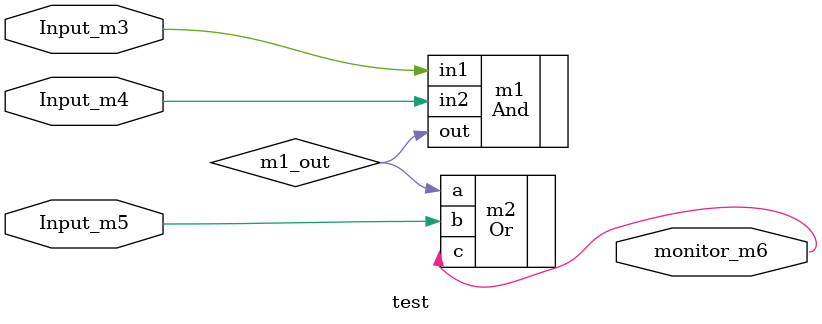
<source format=v>
`include "Resource/components/gates/and.v" 
`include "Resource/components/gates/or.v" 

module test(monitor_m6, Input_m3, Input_m4, Input_m5);

input Input_m3, Input_m4, Input_m5;
output monitor_m6;


And m1(.out(m1_out), .in1(Input_m3), .in2(Input_m4));
Or m2(.c(monitor_m6), .a(m1_out), .b(Input_m5));

endmodule
</source>
